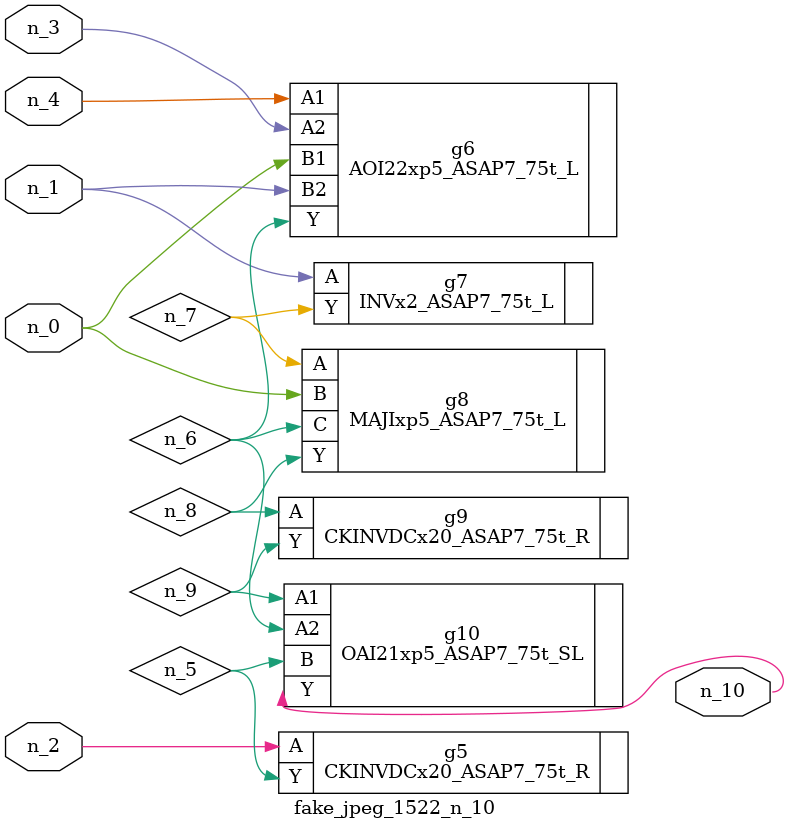
<source format=v>
module fake_jpeg_1522_n_10 (n_3, n_2, n_1, n_0, n_4, n_10);

input n_3;
input n_2;
input n_1;
input n_0;
input n_4;

output n_10;

wire n_8;
wire n_9;
wire n_6;
wire n_5;
wire n_7;

CKINVDCx20_ASAP7_75t_R g5 ( 
.A(n_2),
.Y(n_5)
);

AOI22xp5_ASAP7_75t_L g6 ( 
.A1(n_4),
.A2(n_3),
.B1(n_0),
.B2(n_1),
.Y(n_6)
);

INVx2_ASAP7_75t_L g7 ( 
.A(n_1),
.Y(n_7)
);

MAJIxp5_ASAP7_75t_L g8 ( 
.A(n_7),
.B(n_0),
.C(n_6),
.Y(n_8)
);

CKINVDCx20_ASAP7_75t_R g9 ( 
.A(n_8),
.Y(n_9)
);

OAI21xp5_ASAP7_75t_SL g10 ( 
.A1(n_9),
.A2(n_6),
.B(n_5),
.Y(n_10)
);


endmodule
</source>
